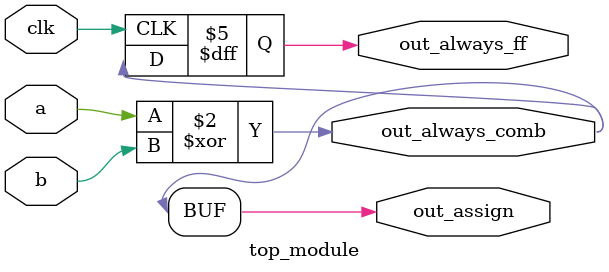
<source format=sv>
module top_module(
    input clk,
    input a, 
    input b,
    output reg out_assign,
    output reg out_always_comb,
    output reg out_always_ff
);

    // Assign the XOR of a and b to out_assign
    always @(a, b)
        out_assign = a ^ b;

    // Assign the same value as out_assign to out_always_comb using an always block
    always @(a, b)
        out_always_comb = out_assign;

    // Assign the same value as out_assign to out_always_ff using a clocked always block
    always @(posedge clk)
        out_always_ff = out_assign;

endmodule

</source>
